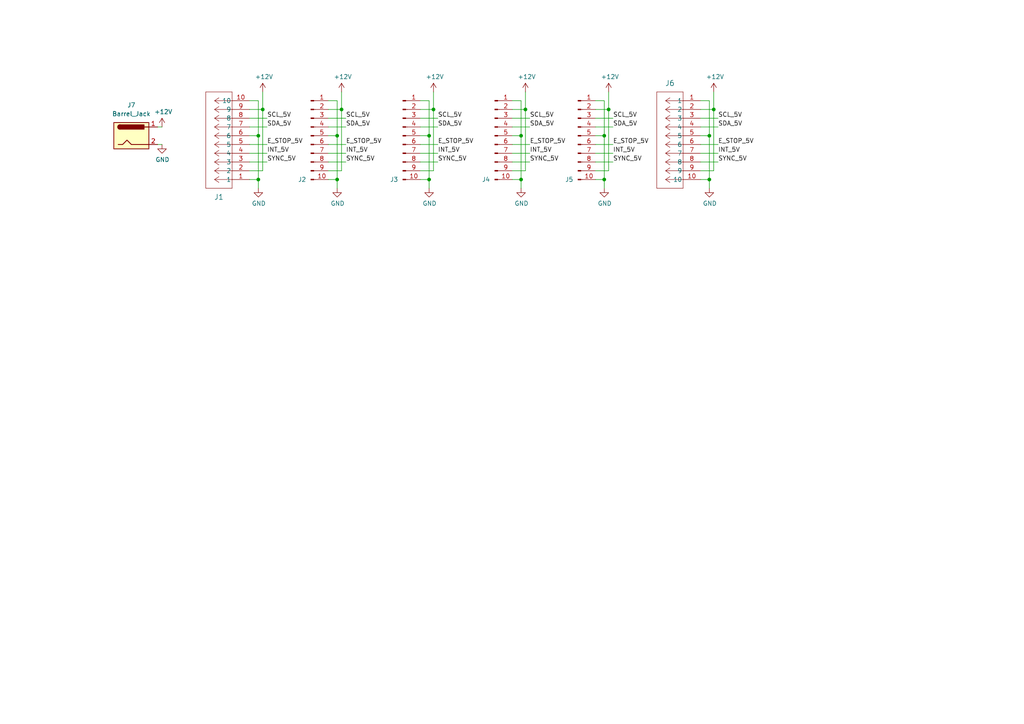
<source format=kicad_sch>
(kicad_sch (version 20230121) (generator eeschema)

  (uuid e63e39d7-6ac0-4ffd-8aa3-1841a4541b55)

  (paper "A4")

  (lib_symbols
    (symbol "Connector:Barrel_Jack" (pin_names (offset 1.016)) (in_bom yes) (on_board yes)
      (property "Reference" "J" (at 0 5.334 0)
        (effects (font (size 1.27 1.27)))
      )
      (property "Value" "Barrel_Jack" (at 0 -5.08 0)
        (effects (font (size 1.27 1.27)))
      )
      (property "Footprint" "" (at 1.27 -1.016 0)
        (effects (font (size 1.27 1.27)) hide)
      )
      (property "Datasheet" "~" (at 1.27 -1.016 0)
        (effects (font (size 1.27 1.27)) hide)
      )
      (property "ki_keywords" "DC power barrel jack connector" (at 0 0 0)
        (effects (font (size 1.27 1.27)) hide)
      )
      (property "ki_description" "DC Barrel Jack" (at 0 0 0)
        (effects (font (size 1.27 1.27)) hide)
      )
      (property "ki_fp_filters" "BarrelJack*" (at 0 0 0)
        (effects (font (size 1.27 1.27)) hide)
      )
      (symbol "Barrel_Jack_0_1"
        (rectangle (start -5.08 3.81) (end 5.08 -3.81)
          (stroke (width 0.254) (type default))
          (fill (type background))
        )
        (arc (start -3.302 3.175) (mid -3.9343 2.54) (end -3.302 1.905)
          (stroke (width 0.254) (type default))
          (fill (type none))
        )
        (arc (start -3.302 3.175) (mid -3.9343 2.54) (end -3.302 1.905)
          (stroke (width 0.254) (type default))
          (fill (type outline))
        )
        (polyline
          (pts
            (xy 5.08 2.54)
            (xy 3.81 2.54)
          )
          (stroke (width 0.254) (type default))
          (fill (type none))
        )
        (polyline
          (pts
            (xy -3.81 -2.54)
            (xy -2.54 -2.54)
            (xy -1.27 -1.27)
            (xy 0 -2.54)
            (xy 2.54 -2.54)
            (xy 5.08 -2.54)
          )
          (stroke (width 0.254) (type default))
          (fill (type none))
        )
        (rectangle (start 3.683 3.175) (end -3.302 1.905)
          (stroke (width 0.254) (type default))
          (fill (type outline))
        )
      )
      (symbol "Barrel_Jack_1_1"
        (pin passive line (at 7.62 2.54 180) (length 2.54)
          (name "~" (effects (font (size 1.27 1.27))))
          (number "1" (effects (font (size 1.27 1.27))))
        )
        (pin passive line (at 7.62 -2.54 180) (length 2.54)
          (name "~" (effects (font (size 1.27 1.27))))
          (number "2" (effects (font (size 1.27 1.27))))
        )
      )
    )
    (symbol "Connector:Conn_01x10_Male" (pin_names (offset 1.016) hide) (in_bom yes) (on_board yes)
      (property "Reference" "J" (at 0 12.7 0)
        (effects (font (size 1.27 1.27)))
      )
      (property "Value" "Conn_01x10_Male" (at 0 -15.24 0)
        (effects (font (size 1.27 1.27)))
      )
      (property "Footprint" "" (at 0 0 0)
        (effects (font (size 1.27 1.27)) hide)
      )
      (property "Datasheet" "~" (at 0 0 0)
        (effects (font (size 1.27 1.27)) hide)
      )
      (property "ki_keywords" "connector" (at 0 0 0)
        (effects (font (size 1.27 1.27)) hide)
      )
      (property "ki_description" "Generic connector, single row, 01x10, script generated (kicad-library-utils/schlib/autogen/connector/)" (at 0 0 0)
        (effects (font (size 1.27 1.27)) hide)
      )
      (property "ki_fp_filters" "Connector*:*_1x??_*" (at 0 0 0)
        (effects (font (size 1.27 1.27)) hide)
      )
      (symbol "Conn_01x10_Male_1_1"
        (polyline
          (pts
            (xy 1.27 -12.7)
            (xy 0.8636 -12.7)
          )
          (stroke (width 0.1524) (type default))
          (fill (type none))
        )
        (polyline
          (pts
            (xy 1.27 -10.16)
            (xy 0.8636 -10.16)
          )
          (stroke (width 0.1524) (type default))
          (fill (type none))
        )
        (polyline
          (pts
            (xy 1.27 -7.62)
            (xy 0.8636 -7.62)
          )
          (stroke (width 0.1524) (type default))
          (fill (type none))
        )
        (polyline
          (pts
            (xy 1.27 -5.08)
            (xy 0.8636 -5.08)
          )
          (stroke (width 0.1524) (type default))
          (fill (type none))
        )
        (polyline
          (pts
            (xy 1.27 -2.54)
            (xy 0.8636 -2.54)
          )
          (stroke (width 0.1524) (type default))
          (fill (type none))
        )
        (polyline
          (pts
            (xy 1.27 0)
            (xy 0.8636 0)
          )
          (stroke (width 0.1524) (type default))
          (fill (type none))
        )
        (polyline
          (pts
            (xy 1.27 2.54)
            (xy 0.8636 2.54)
          )
          (stroke (width 0.1524) (type default))
          (fill (type none))
        )
        (polyline
          (pts
            (xy 1.27 5.08)
            (xy 0.8636 5.08)
          )
          (stroke (width 0.1524) (type default))
          (fill (type none))
        )
        (polyline
          (pts
            (xy 1.27 7.62)
            (xy 0.8636 7.62)
          )
          (stroke (width 0.1524) (type default))
          (fill (type none))
        )
        (polyline
          (pts
            (xy 1.27 10.16)
            (xy 0.8636 10.16)
          )
          (stroke (width 0.1524) (type default))
          (fill (type none))
        )
        (rectangle (start 0.8636 -12.573) (end 0 -12.827)
          (stroke (width 0.1524) (type default))
          (fill (type outline))
        )
        (rectangle (start 0.8636 -10.033) (end 0 -10.287)
          (stroke (width 0.1524) (type default))
          (fill (type outline))
        )
        (rectangle (start 0.8636 -7.493) (end 0 -7.747)
          (stroke (width 0.1524) (type default))
          (fill (type outline))
        )
        (rectangle (start 0.8636 -4.953) (end 0 -5.207)
          (stroke (width 0.1524) (type default))
          (fill (type outline))
        )
        (rectangle (start 0.8636 -2.413) (end 0 -2.667)
          (stroke (width 0.1524) (type default))
          (fill (type outline))
        )
        (rectangle (start 0.8636 0.127) (end 0 -0.127)
          (stroke (width 0.1524) (type default))
          (fill (type outline))
        )
        (rectangle (start 0.8636 2.667) (end 0 2.413)
          (stroke (width 0.1524) (type default))
          (fill (type outline))
        )
        (rectangle (start 0.8636 5.207) (end 0 4.953)
          (stroke (width 0.1524) (type default))
          (fill (type outline))
        )
        (rectangle (start 0.8636 7.747) (end 0 7.493)
          (stroke (width 0.1524) (type default))
          (fill (type outline))
        )
        (rectangle (start 0.8636 10.287) (end 0 10.033)
          (stroke (width 0.1524) (type default))
          (fill (type outline))
        )
        (pin passive line (at 5.08 10.16 180) (length 3.81)
          (name "Pin_1" (effects (font (size 1.27 1.27))))
          (number "1" (effects (font (size 1.27 1.27))))
        )
        (pin passive line (at 5.08 -12.7 180) (length 3.81)
          (name "Pin_10" (effects (font (size 1.27 1.27))))
          (number "10" (effects (font (size 1.27 1.27))))
        )
        (pin passive line (at 5.08 7.62 180) (length 3.81)
          (name "Pin_2" (effects (font (size 1.27 1.27))))
          (number "2" (effects (font (size 1.27 1.27))))
        )
        (pin passive line (at 5.08 5.08 180) (length 3.81)
          (name "Pin_3" (effects (font (size 1.27 1.27))))
          (number "3" (effects (font (size 1.27 1.27))))
        )
        (pin passive line (at 5.08 2.54 180) (length 3.81)
          (name "Pin_4" (effects (font (size 1.27 1.27))))
          (number "4" (effects (font (size 1.27 1.27))))
        )
        (pin passive line (at 5.08 0 180) (length 3.81)
          (name "Pin_5" (effects (font (size 1.27 1.27))))
          (number "5" (effects (font (size 1.27 1.27))))
        )
        (pin passive line (at 5.08 -2.54 180) (length 3.81)
          (name "Pin_6" (effects (font (size 1.27 1.27))))
          (number "6" (effects (font (size 1.27 1.27))))
        )
        (pin passive line (at 5.08 -5.08 180) (length 3.81)
          (name "Pin_7" (effects (font (size 1.27 1.27))))
          (number "7" (effects (font (size 1.27 1.27))))
        )
        (pin passive line (at 5.08 -7.62 180) (length 3.81)
          (name "Pin_8" (effects (font (size 1.27 1.27))))
          (number "8" (effects (font (size 1.27 1.27))))
        )
        (pin passive line (at 5.08 -10.16 180) (length 3.81)
          (name "Pin_9" (effects (font (size 1.27 1.27))))
          (number "9" (effects (font (size 1.27 1.27))))
        )
      )
    )
    (symbol "PPPC101LGBN-RC:PPPC101LGBN-RC" (pin_names (offset 0.254)) (in_bom yes) (on_board yes)
      (property "Reference" "J" (at 8.89 6.35 0)
        (effects (font (size 1.524 1.524)))
      )
      (property "Value" "PPPC101LGBN-RC" (at 0 0 0)
        (effects (font (size 1.524 1.524)))
      )
      (property "Footprint" "CONN10_1LGBN-RC_SUL" (at 0 0 0)
        (effects (font (size 1.27 1.27) italic) hide)
      )
      (property "Datasheet" "PPPC101LGBN-RC" (at 0 0 0)
        (effects (font (size 1.27 1.27) italic) hide)
      )
      (property "ki_locked" "" (at 0 0 0)
        (effects (font (size 1.27 1.27)))
      )
      (property "ki_keywords" "PPPC101LGBN-RC" (at 0 0 0)
        (effects (font (size 1.27 1.27)) hide)
      )
      (property "ki_fp_filters" "CONN10_1LGBN-RC_SUL" (at 0 0 0)
        (effects (font (size 1.27 1.27)) hide)
      )
      (symbol "PPPC101LGBN-RC_0_1"
        (polyline
          (pts
            (xy 5.08 -25.4)
            (xy 12.7 -25.4)
          )
          (stroke (width 0.127) (type default))
          (fill (type none))
        )
        (polyline
          (pts
            (xy 5.08 2.54)
            (xy 5.08 -25.4)
          )
          (stroke (width 0.127) (type default))
          (fill (type none))
        )
        (polyline
          (pts
            (xy 10.16 -22.86)
            (xy 5.08 -22.86)
          )
          (stroke (width 0.127) (type default))
          (fill (type none))
        )
        (polyline
          (pts
            (xy 10.16 -22.86)
            (xy 8.89 -23.7067)
          )
          (stroke (width 0.127) (type default))
          (fill (type none))
        )
        (polyline
          (pts
            (xy 10.16 -22.86)
            (xy 8.89 -22.0133)
          )
          (stroke (width 0.127) (type default))
          (fill (type none))
        )
        (polyline
          (pts
            (xy 10.16 -20.32)
            (xy 5.08 -20.32)
          )
          (stroke (width 0.127) (type default))
          (fill (type none))
        )
        (polyline
          (pts
            (xy 10.16 -20.32)
            (xy 8.89 -21.1667)
          )
          (stroke (width 0.127) (type default))
          (fill (type none))
        )
        (polyline
          (pts
            (xy 10.16 -20.32)
            (xy 8.89 -19.4733)
          )
          (stroke (width 0.127) (type default))
          (fill (type none))
        )
        (polyline
          (pts
            (xy 10.16 -17.78)
            (xy 5.08 -17.78)
          )
          (stroke (width 0.127) (type default))
          (fill (type none))
        )
        (polyline
          (pts
            (xy 10.16 -17.78)
            (xy 8.89 -18.6267)
          )
          (stroke (width 0.127) (type default))
          (fill (type none))
        )
        (polyline
          (pts
            (xy 10.16 -17.78)
            (xy 8.89 -16.9333)
          )
          (stroke (width 0.127) (type default))
          (fill (type none))
        )
        (polyline
          (pts
            (xy 10.16 -15.24)
            (xy 5.08 -15.24)
          )
          (stroke (width 0.127) (type default))
          (fill (type none))
        )
        (polyline
          (pts
            (xy 10.16 -15.24)
            (xy 8.89 -16.0867)
          )
          (stroke (width 0.127) (type default))
          (fill (type none))
        )
        (polyline
          (pts
            (xy 10.16 -15.24)
            (xy 8.89 -14.3933)
          )
          (stroke (width 0.127) (type default))
          (fill (type none))
        )
        (polyline
          (pts
            (xy 10.16 -12.7)
            (xy 5.08 -12.7)
          )
          (stroke (width 0.127) (type default))
          (fill (type none))
        )
        (polyline
          (pts
            (xy 10.16 -12.7)
            (xy 8.89 -13.5467)
          )
          (stroke (width 0.127) (type default))
          (fill (type none))
        )
        (polyline
          (pts
            (xy 10.16 -12.7)
            (xy 8.89 -11.8533)
          )
          (stroke (width 0.127) (type default))
          (fill (type none))
        )
        (polyline
          (pts
            (xy 10.16 -10.16)
            (xy 5.08 -10.16)
          )
          (stroke (width 0.127) (type default))
          (fill (type none))
        )
        (polyline
          (pts
            (xy 10.16 -10.16)
            (xy 8.89 -11.0067)
          )
          (stroke (width 0.127) (type default))
          (fill (type none))
        )
        (polyline
          (pts
            (xy 10.16 -10.16)
            (xy 8.89 -9.3133)
          )
          (stroke (width 0.127) (type default))
          (fill (type none))
        )
        (polyline
          (pts
            (xy 10.16 -7.62)
            (xy 5.08 -7.62)
          )
          (stroke (width 0.127) (type default))
          (fill (type none))
        )
        (polyline
          (pts
            (xy 10.16 -7.62)
            (xy 8.89 -8.4667)
          )
          (stroke (width 0.127) (type default))
          (fill (type none))
        )
        (polyline
          (pts
            (xy 10.16 -7.62)
            (xy 8.89 -6.7733)
          )
          (stroke (width 0.127) (type default))
          (fill (type none))
        )
        (polyline
          (pts
            (xy 10.16 -5.08)
            (xy 5.08 -5.08)
          )
          (stroke (width 0.127) (type default))
          (fill (type none))
        )
        (polyline
          (pts
            (xy 10.16 -5.08)
            (xy 8.89 -5.9267)
          )
          (stroke (width 0.127) (type default))
          (fill (type none))
        )
        (polyline
          (pts
            (xy 10.16 -5.08)
            (xy 8.89 -4.2333)
          )
          (stroke (width 0.127) (type default))
          (fill (type none))
        )
        (polyline
          (pts
            (xy 10.16 -2.54)
            (xy 5.08 -2.54)
          )
          (stroke (width 0.127) (type default))
          (fill (type none))
        )
        (polyline
          (pts
            (xy 10.16 -2.54)
            (xy 8.89 -3.3867)
          )
          (stroke (width 0.127) (type default))
          (fill (type none))
        )
        (polyline
          (pts
            (xy 10.16 -2.54)
            (xy 8.89 -1.6933)
          )
          (stroke (width 0.127) (type default))
          (fill (type none))
        )
        (polyline
          (pts
            (xy 10.16 0)
            (xy 5.08 0)
          )
          (stroke (width 0.127) (type default))
          (fill (type none))
        )
        (polyline
          (pts
            (xy 10.16 0)
            (xy 8.89 -0.8467)
          )
          (stroke (width 0.127) (type default))
          (fill (type none))
        )
        (polyline
          (pts
            (xy 10.16 0)
            (xy 8.89 0.8467)
          )
          (stroke (width 0.127) (type default))
          (fill (type none))
        )
        (polyline
          (pts
            (xy 12.7 -25.4)
            (xy 12.7 2.54)
          )
          (stroke (width 0.127) (type default))
          (fill (type none))
        )
        (polyline
          (pts
            (xy 12.7 2.54)
            (xy 5.08 2.54)
          )
          (stroke (width 0.127) (type default))
          (fill (type none))
        )
        (pin unspecified line (at 0 0 0) (length 5.08)
          (name "1" (effects (font (size 1.27 1.27))))
          (number "1" (effects (font (size 1.27 1.27))))
        )
        (pin unspecified line (at 0 -22.86 0) (length 5.08)
          (name "10" (effects (font (size 1.27 1.27))))
          (number "10" (effects (font (size 1.27 1.27))))
        )
        (pin unspecified line (at 0 -2.54 0) (length 5.08)
          (name "2" (effects (font (size 1.27 1.27))))
          (number "2" (effects (font (size 1.27 1.27))))
        )
        (pin unspecified line (at 0 -5.08 0) (length 5.08)
          (name "3" (effects (font (size 1.27 1.27))))
          (number "3" (effects (font (size 1.27 1.27))))
        )
        (pin unspecified line (at 0 -7.62 0) (length 5.08)
          (name "4" (effects (font (size 1.27 1.27))))
          (number "4" (effects (font (size 1.27 1.27))))
        )
        (pin unspecified line (at 0 -10.16 0) (length 5.08)
          (name "5" (effects (font (size 1.27 1.27))))
          (number "5" (effects (font (size 1.27 1.27))))
        )
        (pin unspecified line (at 0 -12.7 0) (length 5.08)
          (name "6" (effects (font (size 1.27 1.27))))
          (number "6" (effects (font (size 1.27 1.27))))
        )
        (pin unspecified line (at 0 -15.24 0) (length 5.08)
          (name "7" (effects (font (size 1.27 1.27))))
          (number "7" (effects (font (size 1.27 1.27))))
        )
        (pin unspecified line (at 0 -17.78 0) (length 5.08)
          (name "8" (effects (font (size 1.27 1.27))))
          (number "8" (effects (font (size 1.27 1.27))))
        )
        (pin unspecified line (at 0 -20.32 0) (length 5.08)
          (name "9" (effects (font (size 1.27 1.27))))
          (number "9" (effects (font (size 1.27 1.27))))
        )
      )
    )
    (symbol "power:+12V" (power) (pin_names (offset 0)) (in_bom yes) (on_board yes)
      (property "Reference" "#PWR" (at 0 -3.81 0)
        (effects (font (size 1.27 1.27)) hide)
      )
      (property "Value" "+12V" (at 0 3.556 0)
        (effects (font (size 1.27 1.27)))
      )
      (property "Footprint" "" (at 0 0 0)
        (effects (font (size 1.27 1.27)) hide)
      )
      (property "Datasheet" "" (at 0 0 0)
        (effects (font (size 1.27 1.27)) hide)
      )
      (property "ki_keywords" "global power" (at 0 0 0)
        (effects (font (size 1.27 1.27)) hide)
      )
      (property "ki_description" "Power symbol creates a global label with name \"+12V\"" (at 0 0 0)
        (effects (font (size 1.27 1.27)) hide)
      )
      (symbol "+12V_0_1"
        (polyline
          (pts
            (xy -0.762 1.27)
            (xy 0 2.54)
          )
          (stroke (width 0) (type default))
          (fill (type none))
        )
        (polyline
          (pts
            (xy 0 0)
            (xy 0 2.54)
          )
          (stroke (width 0) (type default))
          (fill (type none))
        )
        (polyline
          (pts
            (xy 0 2.54)
            (xy 0.762 1.27)
          )
          (stroke (width 0) (type default))
          (fill (type none))
        )
      )
      (symbol "+12V_1_1"
        (pin power_in line (at 0 0 90) (length 0) hide
          (name "+12V" (effects (font (size 1.27 1.27))))
          (number "1" (effects (font (size 1.27 1.27))))
        )
      )
    )
    (symbol "power:GND" (power) (pin_names (offset 0)) (in_bom yes) (on_board yes)
      (property "Reference" "#PWR" (at 0 -6.35 0)
        (effects (font (size 1.27 1.27)) hide)
      )
      (property "Value" "GND" (at 0 -3.81 0)
        (effects (font (size 1.27 1.27)))
      )
      (property "Footprint" "" (at 0 0 0)
        (effects (font (size 1.27 1.27)) hide)
      )
      (property "Datasheet" "" (at 0 0 0)
        (effects (font (size 1.27 1.27)) hide)
      )
      (property "ki_keywords" "global power" (at 0 0 0)
        (effects (font (size 1.27 1.27)) hide)
      )
      (property "ki_description" "Power symbol creates a global label with name \"GND\" , ground" (at 0 0 0)
        (effects (font (size 1.27 1.27)) hide)
      )
      (symbol "GND_0_1"
        (polyline
          (pts
            (xy 0 0)
            (xy 0 -1.27)
            (xy 1.27 -1.27)
            (xy 0 -2.54)
            (xy -1.27 -1.27)
            (xy 0 -1.27)
          )
          (stroke (width 0) (type default))
          (fill (type none))
        )
      )
      (symbol "GND_1_1"
        (pin power_in line (at 0 0 270) (length 0) hide
          (name "GND" (effects (font (size 1.27 1.27))))
          (number "1" (effects (font (size 1.27 1.27))))
        )
      )
    )
  )

  (junction (at 207.01 31.75) (diameter 0) (color 0 0 0 0)
    (uuid 26ac697d-b366-4707-b6a2-025df374518e)
  )
  (junction (at 124.46 52.07) (diameter 0) (color 0 0 0 0)
    (uuid 3b47d1fb-8ece-4926-af09-8fdcddfa3a36)
  )
  (junction (at 76.2 31.75) (diameter 0) (color 0 0 0 0)
    (uuid 44153fbf-edbd-4837-b65c-a4290a57ed84)
  )
  (junction (at 124.46 39.37) (diameter 0) (color 0 0 0 0)
    (uuid 47f692dd-db9e-4a73-b7e6-7078aad70631)
  )
  (junction (at 97.79 52.07) (diameter 0) (color 0 0 0 0)
    (uuid 4e7e4abf-37d8-4062-be95-87ac6fad91ae)
  )
  (junction (at 151.13 39.37) (diameter 0) (color 0 0 0 0)
    (uuid 51e422c5-342e-48fb-a8a3-6a1c5f037b1e)
  )
  (junction (at 125.73 31.75) (diameter 0) (color 0 0 0 0)
    (uuid 52e8af42-b207-4a20-bcaa-720a04feb53c)
  )
  (junction (at 176.53 31.75) (diameter 0) (color 0 0 0 0)
    (uuid 6af5bd13-ac55-4164-a0b4-1e5011eca014)
  )
  (junction (at 99.06 31.75) (diameter 0) (color 0 0 0 0)
    (uuid 82ac8cc0-0b10-48b7-a358-ca7d04a2b724)
  )
  (junction (at 175.26 52.07) (diameter 0) (color 0 0 0 0)
    (uuid ae586eb0-bc77-437a-9600-af3e635dd869)
  )
  (junction (at 97.79 39.37) (diameter 0) (color 0 0 0 0)
    (uuid b4ba9dfd-f6a3-45b5-bd0b-25c83fcd3d99)
  )
  (junction (at 74.93 39.37) (diameter 0) (color 0 0 0 0)
    (uuid c15e5088-b361-4549-847f-ff1e10895054)
  )
  (junction (at 205.74 52.07) (diameter 0) (color 0 0 0 0)
    (uuid c70e62da-ce44-443c-aec0-00faf47a0224)
  )
  (junction (at 152.4 31.75) (diameter 0) (color 0 0 0 0)
    (uuid c93290f4-e6b3-4729-aaac-1fe501cd22c3)
  )
  (junction (at 151.13 52.07) (diameter 0) (color 0 0 0 0)
    (uuid cc1d141e-0839-4a87-928a-594ff040c13a)
  )
  (junction (at 175.26 39.37) (diameter 0) (color 0 0 0 0)
    (uuid e3159fc2-e077-40b4-a7d7-38b7559f3c41)
  )
  (junction (at 74.93 52.07) (diameter 0) (color 0 0 0 0)
    (uuid ee4d27fe-fe4f-4f8d-89a0-6f0c18cdc06a)
  )
  (junction (at 205.74 39.37) (diameter 0) (color 0 0 0 0)
    (uuid f839b187-c673-49e4-bbc4-78d387046f7d)
  )

  (wire (pts (xy 203.2 41.91) (xy 208.28 41.91))
    (stroke (width 0) (type default))
    (uuid 028fcea3-9c64-490f-82d9-a01f09a5a8b2)
  )
  (wire (pts (xy 176.53 49.53) (xy 172.72 49.53))
    (stroke (width 0) (type default))
    (uuid 03ba434c-de34-44d9-b04b-0b6459ece4ae)
  )
  (wire (pts (xy 148.59 39.37) (xy 151.13 39.37))
    (stroke (width 0) (type default))
    (uuid 06815404-e035-4e17-89a5-da21e0052b82)
  )
  (wire (pts (xy 100.33 36.83) (xy 95.25 36.83))
    (stroke (width 0) (type default))
    (uuid 07692acd-df22-42b6-99ae-05d5fbde496a)
  )
  (wire (pts (xy 121.92 52.07) (xy 124.46 52.07))
    (stroke (width 0) (type default))
    (uuid 09c8f157-2c93-41ca-8539-98ca09da717f)
  )
  (wire (pts (xy 205.74 39.37) (xy 205.74 52.07))
    (stroke (width 0) (type default))
    (uuid 0f2afe6f-379f-47d0-8092-8701609ee4a6)
  )
  (wire (pts (xy 125.73 31.75) (xy 125.73 49.53))
    (stroke (width 0) (type default))
    (uuid 1513dcce-5156-459a-9e5f-c9ef4f3c013a)
  )
  (wire (pts (xy 172.72 46.99) (xy 177.8 46.99))
    (stroke (width 0) (type default))
    (uuid 17abc7b7-41a6-42d1-bc7b-f475b0345b01)
  )
  (wire (pts (xy 121.92 31.75) (xy 125.73 31.75))
    (stroke (width 0) (type default))
    (uuid 18070179-a8ca-4b6c-808e-bf889d0be35b)
  )
  (wire (pts (xy 76.2 26.67) (xy 76.2 31.75))
    (stroke (width 0) (type default))
    (uuid 18787c2a-d488-49f8-9736-7f99376b60b7)
  )
  (wire (pts (xy 99.06 31.75) (xy 99.06 49.53))
    (stroke (width 0) (type default))
    (uuid 19274e56-02f2-4c03-ac1c-905d861f341d)
  )
  (wire (pts (xy 97.79 52.07) (xy 97.79 54.61))
    (stroke (width 0) (type default))
    (uuid 1c7d8299-6b5a-476a-86ba-1d5d1ddde519)
  )
  (wire (pts (xy 121.92 41.91) (xy 127 41.91))
    (stroke (width 0) (type default))
    (uuid 1c87e134-54f1-46d1-9a23-9abbd06f79ea)
  )
  (wire (pts (xy 203.2 46.99) (xy 208.28 46.99))
    (stroke (width 0) (type default))
    (uuid 1cb90ce4-cf2a-4f56-afc5-1a491c09cd7f)
  )
  (wire (pts (xy 124.46 39.37) (xy 124.46 52.07))
    (stroke (width 0) (type default))
    (uuid 1d2178d5-6fa7-43c3-9870-994fa947b0df)
  )
  (wire (pts (xy 172.72 34.29) (xy 177.8 34.29))
    (stroke (width 0) (type default))
    (uuid 1e3c182a-3b5b-4870-afd8-d7d303e020ac)
  )
  (wire (pts (xy 172.72 36.83) (xy 177.8 36.83))
    (stroke (width 0) (type default))
    (uuid 2439bbd2-6700-4ee0-9b66-a44c7580cd4e)
  )
  (wire (pts (xy 125.73 49.53) (xy 121.92 49.53))
    (stroke (width 0) (type default))
    (uuid 25bb180f-e32c-41ee-b84f-7c821b6bfe85)
  )
  (wire (pts (xy 72.39 44.45) (xy 77.47 44.45))
    (stroke (width 0) (type default))
    (uuid 266dfbe7-af63-45f4-bb9f-a815efb410b7)
  )
  (wire (pts (xy 124.46 29.21) (xy 121.92 29.21))
    (stroke (width 0) (type default))
    (uuid 280c0c95-d825-4ad1-821d-8c62492a72d8)
  )
  (wire (pts (xy 172.72 41.91) (xy 177.8 41.91))
    (stroke (width 0) (type default))
    (uuid 2ebf7c1d-a9ee-4372-87a0-6cc5ad8e5064)
  )
  (wire (pts (xy 175.26 39.37) (xy 175.26 52.07))
    (stroke (width 0) (type default))
    (uuid 2ef5db64-5b39-4927-a368-f979567e2043)
  )
  (wire (pts (xy 203.2 39.37) (xy 205.74 39.37))
    (stroke (width 0) (type default))
    (uuid 3094a61a-f01e-49f0-9a23-7265c09394f7)
  )
  (wire (pts (xy 95.25 44.45) (xy 100.33 44.45))
    (stroke (width 0) (type default))
    (uuid 30aad354-f659-4962-8ba3-32f351d490c0)
  )
  (wire (pts (xy 176.53 26.67) (xy 176.53 31.75))
    (stroke (width 0) (type default))
    (uuid 352fbff6-5cb1-4fb5-a52f-b747fb7e5979)
  )
  (wire (pts (xy 95.25 31.75) (xy 99.06 31.75))
    (stroke (width 0) (type default))
    (uuid 3931e2ff-188e-452f-bab0-35151dc92f76)
  )
  (wire (pts (xy 95.25 52.07) (xy 97.79 52.07))
    (stroke (width 0) (type default))
    (uuid 3d45fc2a-626e-432b-8455-efdeaa19e636)
  )
  (wire (pts (xy 72.39 39.37) (xy 74.93 39.37))
    (stroke (width 0) (type default))
    (uuid 3dbbcd45-c87e-449d-85a8-46c39c620daf)
  )
  (wire (pts (xy 175.26 52.07) (xy 175.26 54.61))
    (stroke (width 0) (type default))
    (uuid 3f8164d6-3720-4d55-b1d5-62c499e076d2)
  )
  (wire (pts (xy 151.13 39.37) (xy 151.13 52.07))
    (stroke (width 0) (type default))
    (uuid 3fc229d5-3a51-4ead-9b52-80f5b5c3bb53)
  )
  (wire (pts (xy 95.25 46.99) (xy 100.33 46.99))
    (stroke (width 0) (type default))
    (uuid 40ca69cc-5122-41ab-a4ee-b5af8c1d68be)
  )
  (wire (pts (xy 99.06 26.67) (xy 99.06 31.75))
    (stroke (width 0) (type default))
    (uuid 442625ff-e105-479e-a3ca-b1a81a6dffa6)
  )
  (wire (pts (xy 148.59 31.75) (xy 152.4 31.75))
    (stroke (width 0) (type default))
    (uuid 45074cd4-596b-47ea-b7b0-c207eacac23a)
  )
  (wire (pts (xy 205.74 39.37) (xy 205.74 29.21))
    (stroke (width 0) (type default))
    (uuid 46f866c7-6ecf-4244-ad04-ec5900e05e6f)
  )
  (wire (pts (xy 72.39 49.53) (xy 76.2 49.53))
    (stroke (width 0) (type default))
    (uuid 48ad9e81-cad5-4630-80a5-f4d1c59b2e90)
  )
  (wire (pts (xy 151.13 39.37) (xy 151.13 29.21))
    (stroke (width 0) (type default))
    (uuid 49b59d52-3312-4312-88c9-f41931572c53)
  )
  (wire (pts (xy 125.73 26.67) (xy 125.73 31.75))
    (stroke (width 0) (type default))
    (uuid 4e930eb5-98fa-430c-91fa-56a17722aebc)
  )
  (wire (pts (xy 124.46 52.07) (xy 124.46 54.61))
    (stroke (width 0) (type default))
    (uuid 4ecf2168-17c5-4109-b8a9-456884e6e712)
  )
  (wire (pts (xy 148.59 34.29) (xy 153.67 34.29))
    (stroke (width 0) (type default))
    (uuid 4f101831-6b6e-447b-813f-217554687940)
  )
  (wire (pts (xy 152.4 26.67) (xy 152.4 31.75))
    (stroke (width 0) (type default))
    (uuid 5172ee41-8fe7-48c2-ada2-16ae0d91f443)
  )
  (wire (pts (xy 205.74 52.07) (xy 205.74 54.61))
    (stroke (width 0) (type default))
    (uuid 51ba67bb-898f-42a5-bf53-dee7a2de7f65)
  )
  (wire (pts (xy 72.39 34.29) (xy 77.47 34.29))
    (stroke (width 0) (type default))
    (uuid 58e042b2-548b-48d2-ab4e-7a60e2df5d32)
  )
  (wire (pts (xy 72.39 36.83) (xy 77.47 36.83))
    (stroke (width 0) (type default))
    (uuid 5bfcca43-be58-49a5-830c-d220ae7f133b)
  )
  (wire (pts (xy 121.92 36.83) (xy 127 36.83))
    (stroke (width 0) (type default))
    (uuid 5d53b6e1-2a72-4615-8540-ad8d459674ec)
  )
  (wire (pts (xy 203.2 49.53) (xy 207.01 49.53))
    (stroke (width 0) (type default))
    (uuid 6da909da-367f-4ee5-89da-f7e1ab6d4216)
  )
  (wire (pts (xy 148.59 36.83) (xy 153.67 36.83))
    (stroke (width 0) (type default))
    (uuid 6e074076-953e-42c1-a0d8-5a030a3e0abb)
  )
  (wire (pts (xy 72.39 52.07) (xy 74.93 52.07))
    (stroke (width 0) (type default))
    (uuid 701a9321-de98-433d-8ece-873267c67058)
  )
  (wire (pts (xy 203.2 36.83) (xy 208.28 36.83))
    (stroke (width 0) (type default))
    (uuid 7098297a-faef-433c-9d4a-4f5710a68e15)
  )
  (wire (pts (xy 151.13 29.21) (xy 148.59 29.21))
    (stroke (width 0) (type default))
    (uuid 720bdd03-60a2-48dc-be0b-aec2f108dfa3)
  )
  (wire (pts (xy 148.59 46.99) (xy 153.67 46.99))
    (stroke (width 0) (type default))
    (uuid 7306108b-8b5c-46d5-a3e1-bf8669a5f9b9)
  )
  (wire (pts (xy 121.92 39.37) (xy 124.46 39.37))
    (stroke (width 0) (type default))
    (uuid 736e663d-56f3-4374-8165-76507177077d)
  )
  (wire (pts (xy 76.2 49.53) (xy 76.2 31.75))
    (stroke (width 0) (type default))
    (uuid 74203484-616f-4543-bafb-3eae1dd1432f)
  )
  (wire (pts (xy 172.72 31.75) (xy 176.53 31.75))
    (stroke (width 0) (type default))
    (uuid 7623eb60-3d87-4126-a90e-9dec63448cfc)
  )
  (wire (pts (xy 205.74 29.21) (xy 203.2 29.21))
    (stroke (width 0) (type default))
    (uuid 76488d69-e714-4cca-847b-80efad2d6297)
  )
  (wire (pts (xy 72.39 46.99) (xy 77.47 46.99))
    (stroke (width 0) (type default))
    (uuid 79520651-d52f-4aca-99f9-c614dbcd64cc)
  )
  (wire (pts (xy 148.59 41.91) (xy 153.67 41.91))
    (stroke (width 0) (type default))
    (uuid 79b64329-4836-4ffe-a183-80c6dcceff64)
  )
  (wire (pts (xy 207.01 26.67) (xy 207.01 31.75))
    (stroke (width 0) (type default))
    (uuid 7f553c64-8956-4dbc-8211-6243f69be857)
  )
  (wire (pts (xy 100.33 34.29) (xy 95.25 34.29))
    (stroke (width 0) (type default))
    (uuid 8011be8d-43ed-4481-b304-be770988cbe9)
  )
  (wire (pts (xy 207.01 49.53) (xy 207.01 31.75))
    (stroke (width 0) (type default))
    (uuid 88c431cc-2491-4105-bd36-c8a58898c17e)
  )
  (wire (pts (xy 74.93 29.21) (xy 72.39 29.21))
    (stroke (width 0) (type default))
    (uuid 8aa221ad-6941-4dc7-b61d-e19f5a8ba212)
  )
  (wire (pts (xy 148.59 44.45) (xy 153.67 44.45))
    (stroke (width 0) (type default))
    (uuid 8cfaee18-0c0b-4d6e-ae10-9017e790955a)
  )
  (wire (pts (xy 121.92 34.29) (xy 127 34.29))
    (stroke (width 0) (type default))
    (uuid 8d9c9571-7858-442b-ad38-96f81acdf6af)
  )
  (wire (pts (xy 74.93 39.37) (xy 74.93 52.07))
    (stroke (width 0) (type default))
    (uuid 98142e85-0353-4b8b-b39c-fa86b8317800)
  )
  (wire (pts (xy 72.39 41.91) (xy 77.47 41.91))
    (stroke (width 0) (type default))
    (uuid 9fbe15f1-0190-4470-b476-f24f2b2b7b90)
  )
  (wire (pts (xy 148.59 52.07) (xy 151.13 52.07))
    (stroke (width 0) (type default))
    (uuid a4b3492e-41d6-4326-b879-736e6a01e44b)
  )
  (wire (pts (xy 152.4 31.75) (xy 152.4 49.53))
    (stroke (width 0) (type default))
    (uuid aad443a6-9a09-49d7-87ff-5d472902ce13)
  )
  (wire (pts (xy 203.2 34.29) (xy 208.28 34.29))
    (stroke (width 0) (type default))
    (uuid b0fabf28-a1b7-4d86-a06c-6a42af142cbd)
  )
  (wire (pts (xy 97.79 39.37) (xy 97.79 29.21))
    (stroke (width 0) (type default))
    (uuid b132d5d9-75fb-4ac0-b384-a34cd06b4754)
  )
  (wire (pts (xy 121.92 46.99) (xy 127 46.99))
    (stroke (width 0) (type default))
    (uuid b7fbf3b4-93ab-445d-9566-3163014a531c)
  )
  (wire (pts (xy 45.72 41.91) (xy 46.99 41.91))
    (stroke (width 0) (type default))
    (uuid c2ef4ad4-c4a8-491f-8647-b28fbe80165c)
  )
  (wire (pts (xy 124.46 39.37) (xy 124.46 29.21))
    (stroke (width 0) (type default))
    (uuid c9dbd70a-824f-4bf2-8dd4-4a9d6b4ffa82)
  )
  (wire (pts (xy 175.26 39.37) (xy 175.26 29.21))
    (stroke (width 0) (type default))
    (uuid d0012849-5053-4380-b91d-f24fe99f9448)
  )
  (wire (pts (xy 203.2 31.75) (xy 207.01 31.75))
    (stroke (width 0) (type default))
    (uuid d20e502c-8e0d-411e-9dfd-849286d6f8b1)
  )
  (wire (pts (xy 97.79 39.37) (xy 97.79 52.07))
    (stroke (width 0) (type default))
    (uuid d3ced506-e7a5-40d2-85dd-c6733de848cd)
  )
  (wire (pts (xy 45.72 36.83) (xy 46.99 36.83))
    (stroke (width 0) (type default))
    (uuid d3dcc6c5-a196-469d-8c4a-b906b8537f93)
  )
  (wire (pts (xy 176.53 31.75) (xy 176.53 49.53))
    (stroke (width 0) (type default))
    (uuid de03c647-eddb-4323-b55b-65e96098ebb8)
  )
  (wire (pts (xy 148.59 49.53) (xy 152.4 49.53))
    (stroke (width 0) (type default))
    (uuid de9002b2-6bb8-47da-bced-9bd0acb7c668)
  )
  (wire (pts (xy 74.93 39.37) (xy 74.93 29.21))
    (stroke (width 0) (type default))
    (uuid e004e902-4e50-4e42-a650-a2e9470f344f)
  )
  (wire (pts (xy 99.06 49.53) (xy 95.25 49.53))
    (stroke (width 0) (type default))
    (uuid e1553815-887d-4c51-8054-a0c626ee0d74)
  )
  (wire (pts (xy 172.72 52.07) (xy 175.26 52.07))
    (stroke (width 0) (type default))
    (uuid e1ec3f27-78d6-482e-ba4d-793628a0fb56)
  )
  (wire (pts (xy 172.72 39.37) (xy 175.26 39.37))
    (stroke (width 0) (type default))
    (uuid e4ef0313-f775-4940-bfbe-969691f6b19f)
  )
  (wire (pts (xy 121.92 44.45) (xy 127 44.45))
    (stroke (width 0) (type default))
    (uuid e63c64b6-caf4-4b0c-874d-4aa57ce0edfc)
  )
  (wire (pts (xy 74.93 52.07) (xy 74.93 54.61))
    (stroke (width 0) (type default))
    (uuid e6f510a6-7a0d-47f7-ad34-7d729b74044d)
  )
  (wire (pts (xy 72.39 31.75) (xy 76.2 31.75))
    (stroke (width 0) (type default))
    (uuid f005caeb-c5cf-4123-a1c4-81e47d157232)
  )
  (wire (pts (xy 97.79 29.21) (xy 95.25 29.21))
    (stroke (width 0) (type default))
    (uuid f00e41a2-3943-48a6-b905-d09cff685c8c)
  )
  (wire (pts (xy 95.25 39.37) (xy 97.79 39.37))
    (stroke (width 0) (type default))
    (uuid f02bcad4-c35b-4c1e-b361-a84cb86822ec)
  )
  (wire (pts (xy 175.26 29.21) (xy 172.72 29.21))
    (stroke (width 0) (type default))
    (uuid f43e7658-476d-4078-b95b-073e3798905b)
  )
  (wire (pts (xy 203.2 52.07) (xy 205.74 52.07))
    (stroke (width 0) (type default))
    (uuid f7bfa9ad-ca26-4c39-8a4d-7d5a5fc824c7)
  )
  (wire (pts (xy 172.72 44.45) (xy 177.8 44.45))
    (stroke (width 0) (type default))
    (uuid f8cf5e51-1a20-4a08-b82a-66d3efe9d86c)
  )
  (wire (pts (xy 95.25 41.91) (xy 100.33 41.91))
    (stroke (width 0) (type default))
    (uuid fdf25290-4966-446f-8bc3-4e2f1ed7a875)
  )
  (wire (pts (xy 203.2 44.45) (xy 208.28 44.45))
    (stroke (width 0) (type default))
    (uuid fe94c500-4723-4940-b5d8-70f2101badee)
  )
  (wire (pts (xy 151.13 52.07) (xy 151.13 54.61))
    (stroke (width 0) (type default))
    (uuid ff0b109f-4976-4b46-b2a3-45aefc4e487b)
  )

  (label "SDA_5V" (at 153.67 36.83 0) (fields_autoplaced)
    (effects (font (size 1.27 1.27)) (justify left bottom))
    (uuid 067e9449-a40d-4020-9fa0-84a2eeecb482)
  )
  (label "SDA_5V" (at 77.47 36.83 0) (fields_autoplaced)
    (effects (font (size 1.27 1.27)) (justify left bottom))
    (uuid 150e2602-63de-4e08-b52f-147d739f49b7)
  )
  (label "SCL_5V" (at 208.28 34.29 0) (fields_autoplaced)
    (effects (font (size 1.27 1.27)) (justify left bottom))
    (uuid 29b3c04a-fd38-43d3-902f-b3a049b901f3)
  )
  (label "SYNC_5V" (at 177.8 46.99 0) (fields_autoplaced)
    (effects (font (size 1.27 1.27)) (justify left bottom))
    (uuid 2b303d85-9c7e-4798-9037-548b321cc7a0)
  )
  (label "SDA_5V" (at 208.28 36.83 0) (fields_autoplaced)
    (effects (font (size 1.27 1.27)) (justify left bottom))
    (uuid 2e63d350-fd55-44c7-b6d0-4b357c0cdf39)
  )
  (label "INT_5V" (at 177.8 44.45 0) (fields_autoplaced)
    (effects (font (size 1.27 1.27)) (justify left bottom))
    (uuid 353cc4a0-f22d-4fdf-b5fb-f5fc652f59bd)
  )
  (label "E_STOP_5V" (at 208.28 41.91 0) (fields_autoplaced)
    (effects (font (size 1.27 1.27)) (justify left bottom))
    (uuid 3a01da5c-599e-4810-85ad-4f3835022b83)
  )
  (label "SCL_5V" (at 177.8 34.29 0) (fields_autoplaced)
    (effects (font (size 1.27 1.27)) (justify left bottom))
    (uuid 3cc869cd-fc7f-4f93-8dec-84d5b12a20cc)
  )
  (label "INT_5V" (at 100.33 44.45 0) (fields_autoplaced)
    (effects (font (size 1.27 1.27)) (justify left bottom))
    (uuid 499c5a26-dcb8-4f8b-ae96-0d8d02b00ada)
  )
  (label "E_STOP_5V" (at 177.8 41.91 0) (fields_autoplaced)
    (effects (font (size 1.27 1.27)) (justify left bottom))
    (uuid 750da09a-4cb6-4ed0-a9e1-aaa5359061f4)
  )
  (label "SCL_5V" (at 153.67 34.29 0) (fields_autoplaced)
    (effects (font (size 1.27 1.27)) (justify left bottom))
    (uuid 76a42393-853b-4d75-a91a-cf250142b071)
  )
  (label "SCL_5V" (at 77.47 34.29 0) (fields_autoplaced)
    (effects (font (size 1.27 1.27)) (justify left bottom))
    (uuid 7dc811ee-8715-47d2-98ed-0ca6cc392d27)
  )
  (label "SYNC_5V" (at 153.67 46.99 0) (fields_autoplaced)
    (effects (font (size 1.27 1.27)) (justify left bottom))
    (uuid 7f266c0b-9017-4201-84be-f0eb1e1cff07)
  )
  (label "SCL_5V" (at 100.33 34.29 0) (fields_autoplaced)
    (effects (font (size 1.27 1.27)) (justify left bottom))
    (uuid 8929c8ef-45e7-409c-a3e2-2a8aa41b456f)
  )
  (label "SYNC_5V" (at 100.33 46.99 0) (fields_autoplaced)
    (effects (font (size 1.27 1.27)) (justify left bottom))
    (uuid 8bbf3646-c840-4131-87d3-34b4068b7530)
  )
  (label "SYNC_5V" (at 77.47 46.99 0) (fields_autoplaced)
    (effects (font (size 1.27 1.27)) (justify left bottom))
    (uuid 913bb8da-2ebf-4fa3-b67b-caa32121a4a6)
  )
  (label "E_STOP_5V" (at 153.67 41.91 0) (fields_autoplaced)
    (effects (font (size 1.27 1.27)) (justify left bottom))
    (uuid 9828f5a4-0d7a-4f0a-830e-f0d2107a7cb2)
  )
  (label "SYNC_5V" (at 127 46.99 0) (fields_autoplaced)
    (effects (font (size 1.27 1.27)) (justify left bottom))
    (uuid 9bfdd4cc-839c-44ae-9fc5-a1fb356046da)
  )
  (label "INT_5V" (at 77.47 44.45 0) (fields_autoplaced)
    (effects (font (size 1.27 1.27)) (justify left bottom))
    (uuid 9dded5b2-1d9d-4ecd-ae4f-281d8d0d0893)
  )
  (label "INT_5V" (at 127 44.45 0) (fields_autoplaced)
    (effects (font (size 1.27 1.27)) (justify left bottom))
    (uuid a86b2233-bf1f-425d-afe1-ee6689601de0)
  )
  (label "SDA_5V" (at 127 36.83 0) (fields_autoplaced)
    (effects (font (size 1.27 1.27)) (justify left bottom))
    (uuid ba155a42-d9b6-449a-9695-613a5b19645c)
  )
  (label "E_STOP_5V" (at 127 41.91 0) (fields_autoplaced)
    (effects (font (size 1.27 1.27)) (justify left bottom))
    (uuid c14fa8be-6838-4180-9c88-93b97550becf)
  )
  (label "E_STOP_5V" (at 77.47 41.91 0) (fields_autoplaced)
    (effects (font (size 1.27 1.27)) (justify left bottom))
    (uuid c17ca7f8-100f-428f-8094-2a1a6a6a5d9c)
  )
  (label "SCL_5V" (at 127 34.29 0) (fields_autoplaced)
    (effects (font (size 1.27 1.27)) (justify left bottom))
    (uuid c66f742c-2702-40dc-beb2-1f00a4b17efb)
  )
  (label "SDA_5V" (at 100.33 36.83 0) (fields_autoplaced)
    (effects (font (size 1.27 1.27)) (justify left bottom))
    (uuid c961e21f-284f-49a5-bbde-2bb3c61317dd)
  )
  (label "SDA_5V" (at 177.8 36.83 0) (fields_autoplaced)
    (effects (font (size 1.27 1.27)) (justify left bottom))
    (uuid cc80a7fe-751a-4dac-8124-06d524423458)
  )
  (label "INT_5V" (at 153.67 44.45 0) (fields_autoplaced)
    (effects (font (size 1.27 1.27)) (justify left bottom))
    (uuid d2d10efb-c4d8-4310-bd4d-7bcea036747b)
  )
  (label "E_STOP_5V" (at 100.33 41.91 0) (fields_autoplaced)
    (effects (font (size 1.27 1.27)) (justify left bottom))
    (uuid dd395b6d-8118-4cc0-8060-a28276c42ce6)
  )
  (label "INT_5V" (at 208.28 44.45 0) (fields_autoplaced)
    (effects (font (size 1.27 1.27)) (justify left bottom))
    (uuid e5a42959-442d-48a6-a000-603d12a56916)
  )
  (label "SYNC_5V" (at 208.28 46.99 0) (fields_autoplaced)
    (effects (font (size 1.27 1.27)) (justify left bottom))
    (uuid ed89a579-ec3d-4635-913e-9d1ab25e7f88)
  )

  (symbol (lib_id "power:+12V") (at 176.53 26.67 0) (unit 1)
    (in_bom yes) (on_board yes) (dnp no)
    (uuid 06d8da62-0c78-4bb3-9f33-057742fe0a65)
    (property "Reference" "#PWR023" (at 176.53 30.48 0)
      (effects (font (size 1.27 1.27)) hide)
    )
    (property "Value" "+12V" (at 176.911 22.2758 0)
      (effects (font (size 1.27 1.27)))
    )
    (property "Footprint" "" (at 176.53 26.67 0)
      (effects (font (size 1.27 1.27)) hide)
    )
    (property "Datasheet" "" (at 176.53 26.67 0)
      (effects (font (size 1.27 1.27)) hide)
    )
    (pin "1" (uuid 861e6511-e4ce-404a-a1eb-0111b96aee7d))
    (instances
      (project "BREAD_Loaf"
        (path "/e63e39d7-6ac0-4ffd-8aa3-1841a4541b55"
          (reference "#PWR023") (unit 1)
        )
      )
    )
  )

  (symbol (lib_id "Connector:Conn_01x10_Male") (at 167.64 39.37 0) (unit 1)
    (in_bom yes) (on_board yes) (dnp no)
    (uuid 14c413c2-9ebc-4d18-8f63-9c55f51ccfd1)
    (property "Reference" "J5" (at 165.1 52.07 0)
      (effects (font (size 1.27 1.27)))
    )
    (property "Value" "Conn_01x10_Male" (at 165.1 54.61 0)
      (effects (font (size 1.27 1.27)) hide)
    )
    (property "Footprint" "SparkFun-Connector:BREAD 10-Pin Connector" (at 167.64 39.37 0)
      (effects (font (size 1.27 1.27)) hide)
    )
    (property "Datasheet" "~" (at 167.64 39.37 0)
      (effects (font (size 1.27 1.27)) hide)
    )
    (pin "1" (uuid b64250a7-eb3f-4e54-a208-955871aac6d3))
    (pin "10" (uuid bb2a4a0b-42d9-46e9-89d9-360d6a115d3c))
    (pin "2" (uuid 06a758d9-3f78-4a9c-868a-6ed7121ca9f2))
    (pin "3" (uuid dea7549e-ccbc-4a14-94f8-6095f2621d65))
    (pin "4" (uuid 9d4ff141-27ed-436d-b30d-f29bb36a8ba0))
    (pin "5" (uuid 5c28ffbd-6aff-4234-a3d0-2ea75ec3c388))
    (pin "6" (uuid a9ec56f9-02b0-4905-b318-061020ae4ddb))
    (pin "7" (uuid fe360cbd-fe94-4807-8e79-fdb98e719f04))
    (pin "8" (uuid a9680a3e-b390-4edf-b5b3-8dc4a0e4d645))
    (pin "9" (uuid 41c8978d-6ca1-4aed-86fa-c2541eb316a9))
    (instances
      (project "BREAD_Loaf"
        (path "/e63e39d7-6ac0-4ffd-8aa3-1841a4541b55"
          (reference "J5") (unit 1)
        )
      )
    )
  )

  (symbol (lib_id "power:GND") (at 97.79 54.61 0) (unit 1)
    (in_bom yes) (on_board yes) (dnp no)
    (uuid 2e2c54c6-d3d0-4c2d-9d88-59aff539df13)
    (property "Reference" "#PWR012" (at 97.79 60.96 0)
      (effects (font (size 1.27 1.27)) hide)
    )
    (property "Value" "GND" (at 97.917 59.0042 0)
      (effects (font (size 1.27 1.27)))
    )
    (property "Footprint" "" (at 97.79 54.61 0)
      (effects (font (size 1.27 1.27)) hide)
    )
    (property "Datasheet" "" (at 97.79 54.61 0)
      (effects (font (size 1.27 1.27)) hide)
    )
    (pin "1" (uuid 99f1abd0-55c9-4811-a21d-6fdbaae4c1b9))
    (instances
      (project "BREAD_Loaf"
        (path "/e63e39d7-6ac0-4ffd-8aa3-1841a4541b55"
          (reference "#PWR012") (unit 1)
        )
      )
    )
  )

  (symbol (lib_id "power:GND") (at 74.93 54.61 0) (unit 1)
    (in_bom yes) (on_board yes) (dnp no)
    (uuid 31fb871b-9740-4c6a-bf83-fc4e12aee437)
    (property "Reference" "#PWR01" (at 74.93 60.96 0)
      (effects (font (size 1.27 1.27)) hide)
    )
    (property "Value" "GND" (at 75.057 59.0042 0)
      (effects (font (size 1.27 1.27)))
    )
    (property "Footprint" "" (at 74.93 54.61 0)
      (effects (font (size 1.27 1.27)) hide)
    )
    (property "Datasheet" "" (at 74.93 54.61 0)
      (effects (font (size 1.27 1.27)) hide)
    )
    (pin "1" (uuid ef55b6da-14dc-410c-a32d-5904f8238ee5))
    (instances
      (project "BREAD_Loaf"
        (path "/e63e39d7-6ac0-4ffd-8aa3-1841a4541b55"
          (reference "#PWR01") (unit 1)
        )
      )
    )
  )

  (symbol (lib_id "power:GND") (at 124.46 54.61 0) (unit 1)
    (in_bom yes) (on_board yes) (dnp no)
    (uuid 38032b91-78c4-4c37-8ab4-d627dc06d65d)
    (property "Reference" "#PWR015" (at 124.46 60.96 0)
      (effects (font (size 1.27 1.27)) hide)
    )
    (property "Value" "GND" (at 124.587 59.0042 0)
      (effects (font (size 1.27 1.27)))
    )
    (property "Footprint" "" (at 124.46 54.61 0)
      (effects (font (size 1.27 1.27)) hide)
    )
    (property "Datasheet" "" (at 124.46 54.61 0)
      (effects (font (size 1.27 1.27)) hide)
    )
    (pin "1" (uuid e8c3f126-b279-4781-9569-27d83bea8e93))
    (instances
      (project "BREAD_Loaf"
        (path "/e63e39d7-6ac0-4ffd-8aa3-1841a4541b55"
          (reference "#PWR015") (unit 1)
        )
      )
    )
  )

  (symbol (lib_id "Connector:Barrel_Jack") (at 38.1 39.37 0) (unit 1)
    (in_bom yes) (on_board yes) (dnp no) (fields_autoplaced)
    (uuid 3cad13a4-5cf6-4663-b149-675d601a662e)
    (property "Reference" "J7" (at 38.1 30.48 0)
      (effects (font (size 1.27 1.27)))
    )
    (property "Value" "Barrel_Jack" (at 38.1 33.02 0)
      (effects (font (size 1.27 1.27)))
    )
    (property "Footprint" "Connector_BarrelJack:BarrelJack_CUI_PJ-063AH_Horizontal" (at 39.37 40.386 0)
      (effects (font (size 1.27 1.27)) hide)
    )
    (property "Datasheet" "~" (at 39.37 40.386 0)
      (effects (font (size 1.27 1.27)) hide)
    )
    (pin "1" (uuid 76eaa983-752d-4ca7-abdf-e67fd424c984))
    (pin "2" (uuid 85360628-1764-4d8c-bf63-523b2f51f9e6))
    (instances
      (project "BREAD_Loaf"
        (path "/e63e39d7-6ac0-4ffd-8aa3-1841a4541b55"
          (reference "J7") (unit 1)
        )
      )
    )
  )

  (symbol (lib_id "power:GND") (at 46.99 41.91 0) (unit 1)
    (in_bom yes) (on_board yes) (dnp no)
    (uuid 4440e0fc-446b-4918-b8c5-b4b2a0e56608)
    (property "Reference" "#PWR04" (at 46.99 48.26 0)
      (effects (font (size 1.27 1.27)) hide)
    )
    (property "Value" "GND" (at 47.117 46.3042 0)
      (effects (font (size 1.27 1.27)))
    )
    (property "Footprint" "" (at 46.99 41.91 0)
      (effects (font (size 1.27 1.27)) hide)
    )
    (property "Datasheet" "" (at 46.99 41.91 0)
      (effects (font (size 1.27 1.27)) hide)
    )
    (pin "1" (uuid 1dac1984-37cf-497c-9778-c0a82c5e2e6c))
    (instances
      (project "BREAD_Loaf"
        (path "/e63e39d7-6ac0-4ffd-8aa3-1841a4541b55"
          (reference "#PWR04") (unit 1)
        )
      )
    )
  )

  (symbol (lib_id "power:+12V") (at 152.4 26.67 0) (unit 1)
    (in_bom yes) (on_board yes) (dnp no)
    (uuid 62b97ac8-f061-4fd5-b773-0d999c75ff8c)
    (property "Reference" "#PWR021" (at 152.4 30.48 0)
      (effects (font (size 1.27 1.27)) hide)
    )
    (property "Value" "+12V" (at 152.781 22.2758 0)
      (effects (font (size 1.27 1.27)))
    )
    (property "Footprint" "" (at 152.4 26.67 0)
      (effects (font (size 1.27 1.27)) hide)
    )
    (property "Datasheet" "" (at 152.4 26.67 0)
      (effects (font (size 1.27 1.27)) hide)
    )
    (pin "1" (uuid 48d07c1a-ec41-46d2-90dd-04dc88ceeb97))
    (instances
      (project "BREAD_Loaf"
        (path "/e63e39d7-6ac0-4ffd-8aa3-1841a4541b55"
          (reference "#PWR021") (unit 1)
        )
      )
    )
  )

  (symbol (lib_id "power:+12V") (at 207.01 26.67 0) (unit 1)
    (in_bom yes) (on_board yes) (dnp no)
    (uuid 6bbd5193-ab9b-4808-ad00-812d682c17cb)
    (property "Reference" "#PWR027" (at 207.01 30.48 0)
      (effects (font (size 1.27 1.27)) hide)
    )
    (property "Value" "+12V" (at 207.391 22.2758 0)
      (effects (font (size 1.27 1.27)))
    )
    (property "Footprint" "" (at 207.01 26.67 0)
      (effects (font (size 1.27 1.27)) hide)
    )
    (property "Datasheet" "" (at 207.01 26.67 0)
      (effects (font (size 1.27 1.27)) hide)
    )
    (pin "1" (uuid e2131120-2a8a-4cc3-bb36-b12a2d787c99))
    (instances
      (project "BREAD_Loaf"
        (path "/e63e39d7-6ac0-4ffd-8aa3-1841a4541b55"
          (reference "#PWR027") (unit 1)
        )
      )
    )
  )

  (symbol (lib_id "power:+12V") (at 125.73 26.67 0) (unit 1)
    (in_bom yes) (on_board yes) (dnp no)
    (uuid 7aa1779e-22e4-44cb-81cc-b723f7f909ac)
    (property "Reference" "#PWR016" (at 125.73 30.48 0)
      (effects (font (size 1.27 1.27)) hide)
    )
    (property "Value" "+12V" (at 126.111 22.2758 0)
      (effects (font (size 1.27 1.27)))
    )
    (property "Footprint" "" (at 125.73 26.67 0)
      (effects (font (size 1.27 1.27)) hide)
    )
    (property "Datasheet" "" (at 125.73 26.67 0)
      (effects (font (size 1.27 1.27)) hide)
    )
    (pin "1" (uuid 84b74466-bc14-4123-b11d-304586549d7f))
    (instances
      (project "BREAD_Loaf"
        (path "/e63e39d7-6ac0-4ffd-8aa3-1841a4541b55"
          (reference "#PWR016") (unit 1)
        )
      )
    )
  )

  (symbol (lib_id "Connector:Conn_01x10_Male") (at 90.17 39.37 0) (unit 1)
    (in_bom yes) (on_board yes) (dnp no)
    (uuid 7c87e341-316f-475f-91a4-a20924468bad)
    (property "Reference" "J2" (at 87.63 52.07 0)
      (effects (font (size 1.27 1.27)))
    )
    (property "Value" "Conn_01x10_Male" (at 87.63 54.61 0)
      (effects (font (size 1.27 1.27)) hide)
    )
    (property "Footprint" "SparkFun-Connector:BREAD 10-Pin Connector" (at 90.17 39.37 0)
      (effects (font (size 1.27 1.27)) hide)
    )
    (property "Datasheet" "~" (at 90.17 39.37 0)
      (effects (font (size 1.27 1.27)) hide)
    )
    (pin "1" (uuid 270f9f77-503e-425c-8bf8-c1aa3b83b378))
    (pin "10" (uuid dc384ed9-8b2a-4d43-a289-802f527a3743))
    (pin "2" (uuid c04e3c32-1d6e-4ab5-bef3-01fd8ca95954))
    (pin "3" (uuid 61dc2e5f-3708-4d4b-ba7d-8f3f50ab86dd))
    (pin "4" (uuid b7dae3d0-bf8e-498a-a393-ec7c4e3ea2af))
    (pin "5" (uuid 8890ac36-2ab4-425a-abe2-00aa2c9fcdf0))
    (pin "6" (uuid 3cf963cc-b874-45f3-82b3-9bfd8cc3a31b))
    (pin "7" (uuid 3ae1cd6e-887b-4e04-994b-ef215872901c))
    (pin "8" (uuid 7ec12e35-8fdd-4083-8e9b-458fde3332ed))
    (pin "9" (uuid 803afdf8-b1c9-4bb4-ae59-79e90024ed20))
    (instances
      (project "BREAD_Loaf"
        (path "/e63e39d7-6ac0-4ffd-8aa3-1841a4541b55"
          (reference "J2") (unit 1)
        )
      )
    )
  )

  (symbol (lib_id "PPPC101LGBN-RC:PPPC101LGBN-RC") (at 72.39 52.07 180) (unit 1)
    (in_bom yes) (on_board yes) (dnp no)
    (uuid 7ed5fe5b-8528-42e8-a22a-99660c433047)
    (property "Reference" "J1" (at 63.5 57.15 0)
      (effects (font (size 1.524 1.524)))
    )
    (property "Value" "PPPC101LGBN-RC" (at 63.5 57.15 0)
      (effects (font (size 1.524 1.524)) hide)
    )
    (property "Footprint" "SparkFun-Connector:1x10 RA Male Header 2.54mm Pitch" (at 72.39 52.07 0)
      (effects (font (size 1.27 1.27) italic) hide)
    )
    (property "Datasheet" "PPPC101LGBN-RC" (at 72.39 52.07 0)
      (effects (font (size 1.27 1.27) italic) hide)
    )
    (pin "1" (uuid 1dc4e2b4-27cd-4a1d-8d05-a30b87ae7984))
    (pin "10" (uuid e7a2d134-5061-44e5-9854-49bbb46de1f3))
    (pin "2" (uuid a952eb33-e9f6-4888-b446-d1938d1132ed))
    (pin "3" (uuid e324336a-5c6b-41cb-aec5-7b2346f09181))
    (pin "4" (uuid 9f51ab54-f5a8-48ce-9ec0-afd4a4aee396))
    (pin "5" (uuid a6ed26cf-e92a-4f24-82ec-df6f29eef1b0))
    (pin "6" (uuid 3bb2c5e5-b47b-4b32-9672-dbddbff86c23))
    (pin "7" (uuid bf0d90ab-ab7c-444e-be62-95de35f5c007))
    (pin "8" (uuid e9b88beb-39f3-4592-acbf-e4425244894f))
    (pin "9" (uuid da023df2-5e2b-4998-afbc-a5946697d412))
    (instances
      (project "BREAD_Loaf"
        (path "/e63e39d7-6ac0-4ffd-8aa3-1841a4541b55"
          (reference "J1") (unit 1)
        )
      )
    )
  )

  (symbol (lib_id "power:+12V") (at 76.2 26.67 0) (unit 1)
    (in_bom yes) (on_board yes) (dnp no)
    (uuid 94fcd265-9e40-46fe-9964-511d650eeb97)
    (property "Reference" "#PWR02" (at 76.2 30.48 0)
      (effects (font (size 1.27 1.27)) hide)
    )
    (property "Value" "+12V" (at 76.581 22.2758 0)
      (effects (font (size 1.27 1.27)))
    )
    (property "Footprint" "" (at 76.2 26.67 0)
      (effects (font (size 1.27 1.27)) hide)
    )
    (property "Datasheet" "" (at 76.2 26.67 0)
      (effects (font (size 1.27 1.27)) hide)
    )
    (pin "1" (uuid 5eb2d5e2-eb3d-47e6-92c3-bf4ae4dd4882))
    (instances
      (project "BREAD_Loaf"
        (path "/e63e39d7-6ac0-4ffd-8aa3-1841a4541b55"
          (reference "#PWR02") (unit 1)
        )
      )
    )
  )

  (symbol (lib_id "PPPC101LGBN-RC:PPPC101LGBN-RC") (at 203.2 29.21 0) (mirror y) (unit 1)
    (in_bom yes) (on_board yes) (dnp no)
    (uuid bb9f7731-eb8d-4b79-aa2d-47634079316f)
    (property "Reference" "J6" (at 194.31 24.13 0)
      (effects (font (size 1.524 1.524)))
    )
    (property "Value" "PPPC101LGBN-RC" (at 194.31 24.13 0)
      (effects (font (size 1.524 1.524)) hide)
    )
    (property "Footprint" "Connector_PinSocket_2.54mm:PinSocket_1x10_P2.54mm_Horizontal" (at 203.2 29.21 0)
      (effects (font (size 1.27 1.27) italic) hide)
    )
    (property "Datasheet" "PPPC101LGBN-RC" (at 203.2 29.21 0)
      (effects (font (size 1.27 1.27) italic) hide)
    )
    (pin "1" (uuid aaeacfdf-6459-4848-ab53-51d1274c6850))
    (pin "10" (uuid f10896ba-93bd-4c5e-8caa-6d125930a101))
    (pin "2" (uuid 28772c90-1842-43de-a0b1-a09eef91f09d))
    (pin "3" (uuid 29e3dc6f-a55c-486e-967a-6b53d44b367c))
    (pin "4" (uuid 60d2a3c1-0fcc-4338-8f1d-26ae4126f739))
    (pin "5" (uuid 6d3d8256-285b-411c-bf6a-646021e0bd1b))
    (pin "6" (uuid 873806a0-f297-4a9b-9248-3191d16aedfe))
    (pin "7" (uuid b26d9262-1375-4dee-8e4c-a84eeb7fe9ab))
    (pin "8" (uuid ff7d6658-9cc9-4dfd-b27b-c95451323a42))
    (pin "9" (uuid 88baeb42-2740-46f9-8fde-e5bfc2158215))
    (instances
      (project "BREAD_Loaf"
        (path "/e63e39d7-6ac0-4ffd-8aa3-1841a4541b55"
          (reference "J6") (unit 1)
        )
      )
    )
  )

  (symbol (lib_id "Connector:Conn_01x10_Male") (at 116.84 39.37 0) (unit 1)
    (in_bom yes) (on_board yes) (dnp no)
    (uuid c0690375-0200-4971-93f0-3ae5b1710cbd)
    (property "Reference" "J3" (at 114.3 52.07 0)
      (effects (font (size 1.27 1.27)))
    )
    (property "Value" "Conn_01x10_Male" (at 114.3 54.61 0)
      (effects (font (size 1.27 1.27)) hide)
    )
    (property "Footprint" "SparkFun-Connector:BREAD 10-Pin Connector" (at 116.84 39.37 0)
      (effects (font (size 1.27 1.27)) hide)
    )
    (property "Datasheet" "~" (at 116.84 39.37 0)
      (effects (font (size 1.27 1.27)) hide)
    )
    (pin "1" (uuid bffdafae-aa34-473f-9353-954cdca83a8c))
    (pin "10" (uuid ead79d34-9f06-410c-b3f1-1307a2d27fb2))
    (pin "2" (uuid 8bdfe1ad-0be5-44a0-890b-af06827a3dc5))
    (pin "3" (uuid 9a30fa29-34ff-4135-b320-cc07f91454ac))
    (pin "4" (uuid 84bd92e5-0d2f-465a-bd19-5d7630dbe85e))
    (pin "5" (uuid 003e17b4-9f67-4778-af9a-0d0f01ddd7f0))
    (pin "6" (uuid 4aeadc78-363b-4426-aac8-04d3ad1ba0f4))
    (pin "7" (uuid a97e0379-3347-44c9-8d6b-635f7667e50a))
    (pin "8" (uuid d036a435-037d-40b7-8947-cc014db7098b))
    (pin "9" (uuid f8f2bd49-3225-4ce9-ab36-986778960b3d))
    (instances
      (project "BREAD_Loaf"
        (path "/e63e39d7-6ac0-4ffd-8aa3-1841a4541b55"
          (reference "J3") (unit 1)
        )
      )
    )
  )

  (symbol (lib_id "power:GND") (at 205.74 54.61 0) (unit 1)
    (in_bom yes) (on_board yes) (dnp no)
    (uuid cb1bcf91-c7d8-4f42-aec9-8a12549e7011)
    (property "Reference" "#PWR026" (at 205.74 60.96 0)
      (effects (font (size 1.27 1.27)) hide)
    )
    (property "Value" "GND" (at 205.867 59.0042 0)
      (effects (font (size 1.27 1.27)))
    )
    (property "Footprint" "" (at 205.74 54.61 0)
      (effects (font (size 1.27 1.27)) hide)
    )
    (property "Datasheet" "" (at 205.74 54.61 0)
      (effects (font (size 1.27 1.27)) hide)
    )
    (pin "1" (uuid f153627f-b180-489a-a45b-42a5b263d97e))
    (instances
      (project "BREAD_Loaf"
        (path "/e63e39d7-6ac0-4ffd-8aa3-1841a4541b55"
          (reference "#PWR026") (unit 1)
        )
      )
    )
  )

  (symbol (lib_id "Connector:Conn_01x10_Male") (at 143.51 39.37 0) (unit 1)
    (in_bom yes) (on_board yes) (dnp no)
    (uuid d2406cdc-c8d0-4ec8-8a43-198e798a754d)
    (property "Reference" "J4" (at 140.97 52.07 0)
      (effects (font (size 1.27 1.27)))
    )
    (property "Value" "Conn_01x10_Male" (at 140.97 54.61 0)
      (effects (font (size 1.27 1.27)) hide)
    )
    (property "Footprint" "SparkFun-Connector:BREAD 10-Pin Connector" (at 143.51 39.37 0)
      (effects (font (size 1.27 1.27)) hide)
    )
    (property "Datasheet" "~" (at 143.51 39.37 0)
      (effects (font (size 1.27 1.27)) hide)
    )
    (pin "1" (uuid b46f1123-47bc-4cc2-b2bd-716b25c1626f))
    (pin "10" (uuid e093490c-14c8-43a9-937e-0802a927d590))
    (pin "2" (uuid 46c1d222-181e-47b5-9380-eaf9d6e17a22))
    (pin "3" (uuid 9aaa330e-e354-4146-9764-a5ab52cbe980))
    (pin "4" (uuid c13dd0e5-49ec-4f39-8c5b-f64c54d45afa))
    (pin "5" (uuid d0139650-17d9-4c98-a5c3-f6a1511f85f6))
    (pin "6" (uuid 941355d9-cc60-4d1c-bba6-4078a30529f4))
    (pin "7" (uuid 0555104b-780e-4ebf-a66e-b525fa2e6f24))
    (pin "8" (uuid 85b4185c-b792-4905-a6cf-d2c10c83e33e))
    (pin "9" (uuid 0dfa779f-882c-4248-a4e2-4bbeaf7b37db))
    (instances
      (project "BREAD_Loaf"
        (path "/e63e39d7-6ac0-4ffd-8aa3-1841a4541b55"
          (reference "J4") (unit 1)
        )
      )
    )
  )

  (symbol (lib_id "power:GND") (at 151.13 54.61 0) (unit 1)
    (in_bom yes) (on_board yes) (dnp no)
    (uuid d30876d3-b75d-4b1e-ac43-66fefeda72f6)
    (property "Reference" "#PWR020" (at 151.13 60.96 0)
      (effects (font (size 1.27 1.27)) hide)
    )
    (property "Value" "GND" (at 151.257 59.0042 0)
      (effects (font (size 1.27 1.27)))
    )
    (property "Footprint" "" (at 151.13 54.61 0)
      (effects (font (size 1.27 1.27)) hide)
    )
    (property "Datasheet" "" (at 151.13 54.61 0)
      (effects (font (size 1.27 1.27)) hide)
    )
    (pin "1" (uuid 644225dc-283c-4c44-ae9a-5d8a0f8d16ab))
    (instances
      (project "BREAD_Loaf"
        (path "/e63e39d7-6ac0-4ffd-8aa3-1841a4541b55"
          (reference "#PWR020") (unit 1)
        )
      )
    )
  )

  (symbol (lib_id "power:+12V") (at 99.06 26.67 0) (unit 1)
    (in_bom yes) (on_board yes) (dnp no)
    (uuid e191efe6-d346-4d7f-8971-af302336256b)
    (property "Reference" "#PWR013" (at 99.06 30.48 0)
      (effects (font (size 1.27 1.27)) hide)
    )
    (property "Value" "+12V" (at 99.441 22.2758 0)
      (effects (font (size 1.27 1.27)))
    )
    (property "Footprint" "" (at 99.06 26.67 0)
      (effects (font (size 1.27 1.27)) hide)
    )
    (property "Datasheet" "" (at 99.06 26.67 0)
      (effects (font (size 1.27 1.27)) hide)
    )
    (pin "1" (uuid d7bb2bc1-d085-458b-81d4-bd875caaad49))
    (instances
      (project "BREAD_Loaf"
        (path "/e63e39d7-6ac0-4ffd-8aa3-1841a4541b55"
          (reference "#PWR013") (unit 1)
        )
      )
    )
  )

  (symbol (lib_id "power:GND") (at 175.26 54.61 0) (unit 1)
    (in_bom yes) (on_board yes) (dnp no)
    (uuid ea5e70ff-b338-4bcd-8c9d-337756e400f2)
    (property "Reference" "#PWR022" (at 175.26 60.96 0)
      (effects (font (size 1.27 1.27)) hide)
    )
    (property "Value" "GND" (at 175.387 59.0042 0)
      (effects (font (size 1.27 1.27)))
    )
    (property "Footprint" "" (at 175.26 54.61 0)
      (effects (font (size 1.27 1.27)) hide)
    )
    (property "Datasheet" "" (at 175.26 54.61 0)
      (effects (font (size 1.27 1.27)) hide)
    )
    (pin "1" (uuid 00052978-ab16-4209-8e13-9b91f299937b))
    (instances
      (project "BREAD_Loaf"
        (path "/e63e39d7-6ac0-4ffd-8aa3-1841a4541b55"
          (reference "#PWR022") (unit 1)
        )
      )
    )
  )

  (symbol (lib_id "power:+12V") (at 46.99 36.83 0) (unit 1)
    (in_bom yes) (on_board yes) (dnp no)
    (uuid f86e89e0-295f-41bd-922c-ed984206b1eb)
    (property "Reference" "#PWR03" (at 46.99 40.64 0)
      (effects (font (size 1.27 1.27)) hide)
    )
    (property "Value" "+12V" (at 47.371 32.4358 0)
      (effects (font (size 1.27 1.27)))
    )
    (property "Footprint" "" (at 46.99 36.83 0)
      (effects (font (size 1.27 1.27)) hide)
    )
    (property "Datasheet" "" (at 46.99 36.83 0)
      (effects (font (size 1.27 1.27)) hide)
    )
    (pin "1" (uuid dc21595d-4277-48d5-9922-db3d14dd989e))
    (instances
      (project "BREAD_Loaf"
        (path "/e63e39d7-6ac0-4ffd-8aa3-1841a4541b55"
          (reference "#PWR03") (unit 1)
        )
      )
    )
  )

  (sheet_instances
    (path "/" (page "1"))
  )
)

</source>
